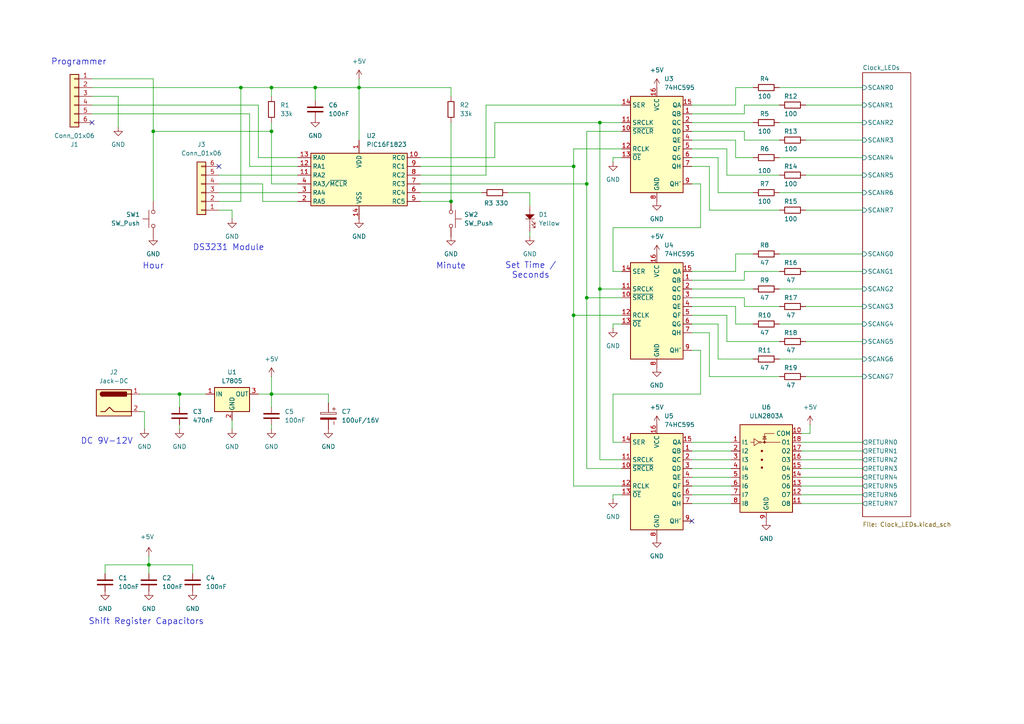
<source format=kicad_sch>
(kicad_sch (version 20250114) (generator "eeschema") (generator_version "9.0")
  (paper "A4")
  (title_block (title "Clock Controller & Driver") (date "2025-06-09") (rev "1.0"))
  (lib_symbols
    (symbol "74xx:74HC595"
      (property "Reference" "U" (at -7.62 13.97 0))
      (property "Value" "74HC595" (at -7.62 -16.51 0))
      (symbol "74HC595_1_0"
        (pin input line (at -10.16 10.16 0) (length 2.54) (name "SER") (number "14"))
        (pin input line (at -10.16 5.08 0) (length 2.54) (name "SRCLK") (number "11"))
        (pin input line (at -10.16 2.54 0) (length 2.54) (name "~{SRCLR}") (number "10"))
        (pin input line (at -10.16 -2.54 0) (length 2.54) (name "RCLK") (number "12"))
        (pin input line (at -10.16 -5.08 0) (length 2.54) (name "~{OE}") (number "13"))
        (pin power_in line (at 0 15.24 270) (length 2.54) (name "VCC") (number "16"))
        (pin power_in line (at 0 -17.78 90) (length 2.54) (name "GND") (number "8"))
        (pin tri_state line (at 10.16 10.16 180) (length 2.54) (name "QA") (number "15"))
        (pin tri_state line (at 10.16 7.62 180) (length 2.54) (name "QB") (number "1"))
        (pin tri_state line (at 10.16 5.08 180) (length 2.54) (name "QC") (number "2"))
        (pin tri_state line (at 10.16 2.54 180) (length 2.54) (name "QD") (number "3"))
        (pin tri_state line (at 10.16 0 180) (length 2.54) (name "QE") (number "4"))
        (pin tri_state line (at 10.16 -2.54 180) (length 2.54) (name "QF") (number "5"))
        (pin tri_state line (at 10.16 -5.08 180) (length 2.54) (name "QG") (number "6"))
        (pin tri_state line (at 10.16 -7.62 180) (length 2.54) (name "QH") (number "7"))
        (pin output line (at 10.16 -12.7 180) (length 2.54) (name "QH'") (number "9"))
      )
      (symbol "74HC595_1_1"
        (rectangle (start -7.62 12.7) (end 7.62 -15.24) (stroke (width 0.254)) (fill (type background)))
      )
    )
    (symbol "Connector:Jack-DC" (pin_names (offset 1.016))
      (property "Reference" "J" (at 0 5.334 0))
      (property "Value" "Jack-DC" (at 0 -5.08 0))
      (symbol "Jack-DC_0_1"
        (rectangle (start -5.08 3.81) (end 5.08 -3.81) (stroke (width 0.254)) (fill (type background)))
        (polyline (pts (xy -3.81 -2.54) (xy -2.54 -2.54) (xy -1.27 -1.27) (xy 0 -2.54) (xy 2.54 -2.54) (xy 5.08 -2.54)) (stroke (width 0.254)))
        (arc (start -3.302 1.905) (mid -3.9343 2.54) (end -3.302 3.175) (stroke (width 0.254)))
        (arc (start -3.302 1.905) (mid -3.9343 2.54) (end -3.302 3.175) (stroke (width 0.254)) (fill (type outline)))
        (rectangle (start 3.683 3.175) (end -3.302 1.905) (stroke (width 0.254)) (fill (type outline)))
        (polyline (pts (xy 5.08 2.54) (xy 3.81 2.54)) (stroke (width 0.254)))
      )
      (symbol "Jack-DC_1_1"
        (pin passive line (at 7.62 2.54 180) (length 2.54) (name "~") (number "1"))
        (pin passive line (at 7.62 -2.54 180) (length 2.54) (name "~") (number "2"))
      )
    )
    (symbol "Connector_Generic:Conn_01x06" (pin_names (offset 1.016) (hide yes))
      (property "Reference" "J" (at 0 7.62 0))
      (property "Value" "Conn_01x06" (at 0 -10.16 0))
      (symbol "Conn_01x06_1_1"
        (rectangle (start -1.27 6.35) (end 1.27 -8.89) (stroke (width 0.254)) (fill (type background)))
        (rectangle (start -1.27 5.207) (end 0 4.953) (stroke (width 0.1524)))
        (rectangle (start -1.27 2.667) (end 0 2.413) (stroke (width 0.1524)))
        (rectangle (start -1.27 0.127) (end 0 -0.127) (stroke (width 0.1524)))
        (rectangle (start -1.27 -2.413) (end 0 -2.667) (stroke (width 0.1524)))
        (rectangle (start -1.27 -4.953) (end 0 -5.207) (stroke (width 0.1524)))
        (rectangle (start -1.27 -7.493) (end 0 -7.747) (stroke (width 0.1524)))
        (pin passive line (at -5.08 5.08 0) (length 3.81) (name "Pin_1") (number "1"))
        (pin passive line (at -5.08 2.54 0) (length 3.81) (name "Pin_2") (number "2"))
        (pin passive line (at -5.08 0 0) (length 3.81) (name "Pin_3") (number "3"))
        (pin passive line (at -5.08 -2.54 0) (length 3.81) (name "Pin_4") (number "4"))
        (pin passive line (at -5.08 -5.08 0) (length 3.81) (name "Pin_5") (number "5"))
        (pin passive line (at -5.08 -7.62 0) (length 3.81) (name "Pin_6") (number "6"))
      )
    )
    (symbol "MCU_Microchip_PIC16:PIC16F18324-xSL"
      (property "Reference" "U" (at -13.97 10.16 0))
      (property "Value" "PIC16F18324-xSL" (at 1.27 10.16 0))
      (symbol "PIC16F18324-xSL_1_1"
        (rectangle (start -13.97 8.89) (end 13.97 -6.35) (stroke (width 0.254)) (fill (type background)))
        (pin bidirectional line (at -17.78 7.62 0) (length 3.81) (name "RA0") (number "13"))
        (pin bidirectional line (at -17.78 5.08 0) (length 3.81) (name "RA1") (number "12"))
        (pin bidirectional line (at -17.78 2.54 0) (length 3.81) (name "RA2") (number "11"))
        (pin bidirectional line (at -17.78 0 0) (length 3.81) (name "RA3/~{MCLR}") (number "4"))
        (pin bidirectional line (at -17.78 -2.54 0) (length 3.81) (name "RA4") (number "3"))
        (pin bidirectional line (at -17.78 -5.08 0) (length 3.81) (name "RA5") (number "2"))
        (pin power_in line (at 0 12.7 270) (length 3.81) (name "VDD") (number "1"))
        (pin power_in line (at 0 -10.16 90) (length 3.81) (name "VSS") (number "14"))
        (pin bidirectional line (at 17.78 7.62 180) (length 3.81) (name "RC0") (number "10"))
        (pin bidirectional line (at 17.78 5.08 180) (length 3.81) (name "RC1") (number "9"))
        (pin bidirectional line (at 17.78 2.54 180) (length 3.81) (name "RC2") (number "8"))
        (pin bidirectional line (at 17.78 0 180) (length 3.81) (name "RC3") (number "7"))
        (pin bidirectional line (at 17.78 -2.54 180) (length 3.81) (name "RC4") (number "6"))
        (pin bidirectional line (at 17.78 -5.08 180) (length 3.81) (name "RC5") (number "5"))
      )
    )
    (symbol "PCM_SL_Capacitors:100nF_Ceramic"
      (property "Reference" "C" (at 0 6.35 0))
      (property "Value" "100nF_Ceramic" (at 0 3.81 0))
      (symbol "100nF_Ceramic_0_1"
        (rectangle (start -0.762 2.286) (end -0.508 -2.286) (fill (type outline)))
        (rectangle (start 0.508 2.286) (end 0.762 -2.286) (fill (type outline)))
      )
      (symbol "100nF_Ceramic_1_1"
        (pin passive line (at -2.54 0 0) (length 2) (name "~") (number "1"))
        (pin input line (at 2.54 0 180) (length 2) (name "~") (number "2"))
      )
    )
    (symbol "PCM_SL_Devices:Capacitor_PO"
      (property "Reference" "C" (at 0 7.62 0))
      (property "Value" "Capacitor_PO" (at 0 5.08 0))
      (symbol "Capacitor_PO_0_0"
        (text "+" (at -2.032 1.524 0) (effects (font (size 1.27 1.27))))
        (text "-" (at 2.032 1.524 0) (effects (font (size 1.27 1.27))))
      )
      (symbol "Capacitor_PO_0_1"
        (rectangle (start -1.016 -2.286) (end -0.508 2.286))
        (rectangle (start 0.508 -2.286) (end 1.016 2.286) (fill (type outline)))
      )
      (symbol "Capacitor_PO_1_1"
        (pin passive line (at -3.81 0 0) (length 2.7) (name "~") (number "1"))
        (pin input line (at 3.81 0 180) (length 2.7) (name "~") (number "2"))
      )
    )
    (symbol "PCM_SL_Devices:LED"
      (property "Reference" "D" (at -0.508 5.334 0))
      (property "Value" "LED" (at -0.508 2.794 0))
      (symbol "LED_0_1"
        (polyline (pts (xy -1.27 0) (xy -2.54 0)))
        (polyline (pts (xy 0 1.27) (xy 0 -1.27)))
        (polyline (pts (xy 0 0) (xy -1.27 -1.27) (xy -1.27 1.27) (xy 0 0) (xy 1.27 0)) (fill (type outline)))
        (polyline (pts (xy 0.508 0.508) (xy 1.524 1.524)))
        (polyline (pts (xy 1.27 0) (xy 2.54 0)))
        (polyline (pts (xy 1.524 1.524) (xy 0.889 1.524)))
        (polyline (pts (xy 1.524 1.524) (xy 1.524 0.889)))
        (polyline (pts (xy 1.524 0.508) (xy 2.54 1.524)))
        (polyline (pts (xy 2.54 1.524) (xy 1.905 1.524)))
        (polyline (pts (xy 2.54 1.524) (xy 2.54 0.889)))
      )
      (symbol "LED_1_1"
        (pin passive line (at -3.81 0 0) (length 1.5) (name "") (number "2"))
        (pin passive line (at 3.81 0 180) (length 1.5) (name "~") (number "1"))
      )
    )
    (symbol "PCM_SL_Resistors:Resistor"
      (property "Reference" "R" (at 0 5.08 0))
      (property "Value" "Resistor" (at 0 2.54 0))
      (symbol "Resistor_0_1"
        (rectangle (start -2.286 0.889) (end 2.286 -0.889) (stroke (width 0.24)))
      )
      (symbol "Resistor_1_1"
        (pin passive line (at -3.81 0 0) (length 1.5) (name "") (number "1"))
        (pin passive line (at 3.81 0 180) (length 1.5) (name "~") (number "2"))
      )
    )
    (symbol "Regulator_Linear:L7805" (pin_names (offset 0.254))
      (property "Reference" "U" (at -3.81 3.175 0))
      (property "Value" "L7805" (at 0 3.175 0))
      (symbol "L7805_0_1"
        (rectangle (start -5.08 1.905) (end 5.08 -5.08) (stroke (width 0.254)) (fill (type background)))
      )
      (symbol "L7805_1_1"
        (pin power_in line (at -7.62 0 0) (length 2.54) (name "IN") (number "1"))
        (pin power_in line (at 0 -7.62 90) (length 2.54) (name "GND") (number "2"))
        (pin power_out line (at 7.62 0 180) (length 2.54) (name "OUT") (number "3"))
      )
    )
    (symbol "Switch:SW_Push" (pin_numbers (hide yes)) (pin_names (offset 1.016) (hide yes))
      (property "Reference" "SW" (at 1.27 2.54 0))
      (property "Value" "SW_Push" (at 0 -1.524 0))
      (symbol "SW_Push_0_1"
        (circle (center -2.032 0) (radius 0.508))
        (polyline (pts (xy 0 1.27) (xy 0 3.048)))
        (circle (center 2.032 0) (radius 0.508))
        (polyline (pts (xy 2.54 1.27) (xy -2.54 1.27)))
        (pin passive line (at -5.08 0 0) (length 2.54) (name "1") (number "1"))
        (pin passive line (at 5.08 0 180) (length 2.54) (name "2") (number "2"))
      )
    )
    (symbol "Transistor_Array:ULN2803A"
      (property "Reference" "U" (at 0 13.335 0))
      (property "Value" "ULN2803A" (at 0 11.43 0))
      (symbol "ULN2803A_0_1"
        (rectangle (start -7.62 -15.24) (end 7.62 10.16) (stroke (width 0.254)) (fill (type background)))
        (polyline (pts (xy -4.572 5.08) (xy -3.556 5.08)))
        (polyline (pts (xy -3.556 6.096) (xy -3.556 4.064) (xy -2.032 5.08) (xy -3.556 6.096)))
        (circle (center -1.778 5.08) (radius 0.254))
        (polyline (pts (xy -1.524 5.08) (xy 4.064 5.08)))
        (circle (center -1.27 2.54) (radius 0.254) (fill (type outline)))
        (circle (center -1.27 0) (radius 0.254) (fill (type outline)))
        (circle (center -1.27 -2.286) (radius 0.254) (fill (type outline)))
        (circle (center -0.508 5.08) (radius 0.254) (fill (type outline)))
        (polyline (pts (xy -0.508 5.08) (xy -0.508 7.62) (xy 2.286 7.62)))
        (polyline (pts (xy 0 6.731) (xy -1.016 6.731)))
        (polyline (pts (xy 0 5.969) (xy -1.016 5.969) (xy -0.508 6.731) (xy 0 5.969)))
      )
      (symbol "ULN2803A_1_1"
        (pin input line (at -10.16 5.08 0) (length 2.54) (name "I1") (number "1"))
        (pin input line (at -10.16 2.54 0) (length 2.54) (name "I2") (number "2"))
        (pin input line (at -10.16 0 0) (length 2.54) (name "I3") (number "3"))
        (pin input line (at -10.16 -2.54 0) (length 2.54) (name "I4") (number "4"))
        (pin input line (at -10.16 -5.08 0) (length 2.54) (name "I5") (number "5"))
        (pin input line (at -10.16 -7.62 0) (length 2.54) (name "I6") (number "6"))
        (pin input line (at -10.16 -10.16 0) (length 2.54) (name "I7") (number "7"))
        (pin input line (at -10.16 -12.7 0) (length 2.54) (name "I8") (number "8"))
        (pin power_in line (at 0 -17.78 90) (length 2.54) (name "GND") (number "9"))
        (pin passive line (at 10.16 7.62 180) (length 2.54) (name "COM") (number "10"))
        (pin open_collector line (at 10.16 5.08 180) (length 2.54) (name "O1") (number "18"))
        (pin open_collector line (at 10.16 2.54 180) (length 2.54) (name "O2") (number "17"))
        (pin open_collector line (at 10.16 0 180) (length 2.54) (name "O3") (number "16"))
        (pin open_collector line (at 10.16 -2.54 180) (length 2.54) (name "O4") (number "15"))
        (pin open_collector line (at 10.16 -5.08 180) (length 2.54) (name "O5") (number "14"))
        (pin open_collector line (at 10.16 -7.62 180) (length 2.54) (name "O6") (number "13"))
        (pin open_collector line (at 10.16 -10.16 180) (length 2.54) (name "O7") (number "12"))
        (pin open_collector line (at 10.16 -12.7 180) (length 2.54) (name "O8") (number "11"))
      )
    )
    (symbol "power:+5V" (power) (pin_numbers (hide yes)) (pin_names (offset 0) (hide yes))
      (property "Value" "+5V" (at 0 3.556 0))
      (symbol "+5V_0_1"
        (polyline (pts (xy -0.762 1.27) (xy 0 2.54)))
        (polyline (pts (xy 0 2.54) (xy 0.762 1.27)))
        (polyline (pts (xy 0 0) (xy 0 2.54)))
      )
      (symbol "+5V_1_1"
        (pin power_in line (at 0 0 90) (length 0) (name "~") (number "1"))
      )
    )
    (symbol "power:GND" (power) (pin_numbers (hide yes)) (pin_names (offset 0) (hide yes))
      (property "Value" "GND" (at 0 -3.81 0))
      (symbol "GND_0_1"
        (polyline (pts (xy 0 0) (xy 0 -1.27) (xy 1.27 -1.27) (xy 0 -2.54) (xy -1.27 -1.27) (xy 0 -1.27)))
      )
      (symbol "GND_1_1"
        (pin power_in line (at 0 0 270) (length 0) (name "~") (number "1"))
      )
    )
  )
  (text "Hour" (at 44.45 77.216 0) (effects (font (size 1.75 1.75))))
  (text "Set Time /\nSeconds" (at 153.924 78.486 0) (effects (font (size 1.75 1.75))))
  (text "Shift Register Capacitors" (at 42.418 180.34 0) (effects (font (size 1.75 1.75))))
  (text "Minute" (at 130.81 77.216 0) (effects (font (size 1.75 1.75))))
  (text "DS3231 Module" (at 66.294 71.882 0) (effects (font (size 1.75 1.75))))
  (text "DC 9V-12V\n" (at 30.988 128.016 0) (effects (font (size 1.75 1.75))))
  (text "Programmer\n" (at 22.86 18.034 0) (effects (font (size 1.75 1.75))))
  (junction (at 43.18 163.83))
  (junction (at 130.81 58.42))
  (junction (at 78.74 38.1))
  (junction (at 173.99 35.56))
  (junction (at 104.14 25.4))
  (junction (at 52.07 114.3))
  (junction (at 44.45 38.1))
  (junction (at 69.85 25.4))
  (junction (at 170.18 53.34))
  (junction (at 78.74 114.3))
  (junction (at 166.37 48.26))
  (junction (at 78.74 25.4))
  (junction (at 170.18 86.36))
  (junction (at 166.37 91.44))
  (junction (at 173.99 83.82))
  (junction (at 91.44 25.4))
  (no_connect (at 26.67 35.56))
  (no_connect (at 63.5 48.26))
  (no_connect (at 200.66 151.13))
  (wire (pts (xy 232.41 130.81) (xy 250.19 130.81)))
  (wire (pts (xy 200.66 138.43) (xy 212.09 138.43)))
  (wire (pts (xy 177.8 143.51) (xy 180.34 143.51)))
  (wire (pts (xy 232.41 128.27) (xy 250.19 128.27)))
  (wire (pts (xy 200.66 91.44) (xy 210.82 91.44)))
  (wire (pts (xy 200.66 40.64) (xy 213.36 40.64)))
  (wire (pts (xy 215.9 38.1) (xy 215.9 40.64)))
  (wire (pts (xy 232.41 138.43) (xy 250.19 138.43)))
  (wire (pts (xy 34.29 27.94) (xy 34.29 36.83)))
  (wire (pts (xy 69.85 25.4) (xy 78.74 25.4)))
  (wire (pts (xy 76.2 53.34) (xy 76.2 58.42)))
  (wire (pts (xy 200.66 35.56) (xy 218.44 35.56)))
  (wire (pts (xy 232.41 146.05) (xy 250.19 146.05)))
  (wire (pts (xy 213.36 73.66) (xy 218.44 73.66)))
  (wire (pts (xy 233.68 78.74) (xy 250.19 78.74)))
  (wire (pts (xy 226.06 35.56) (xy 250.19 35.56)))
  (wire (pts (xy 91.44 25.4) (xy 91.44 29.21)))
  (wire (pts (xy 215.9 40.64) (xy 226.06 40.64)))
  (wire (pts (xy 55.88 166.37) (xy 55.88 163.83)))
  (wire (pts (xy 203.2 66.04) (xy 203.2 53.34)))
  (wire (pts (xy 210.82 43.18) (xy 210.82 50.8)))
  (wire (pts (xy 43.18 166.37) (xy 43.18 163.83)))
  (wire (pts (xy 233.68 99.06) (xy 250.19 99.06)))
  (wire (pts (xy 121.92 55.88) (xy 139.7 55.88)))
  (wire (pts (xy 200.66 30.48) (xy 213.36 30.48)))
  (wire (pts (xy 78.74 124.46) (xy 78.74 123.19)))
  (wire (pts (xy 67.31 121.92) (xy 67.31 124.46)))
  (wire (pts (xy 121.92 50.8) (xy 140.97 50.8)))
  (wire (pts (xy 177.8 95.25) (xy 177.8 93.98)))
  (wire (pts (xy 226.06 73.66) (xy 250.19 73.66)))
  (wire (pts (xy 153.67 55.88) (xy 153.67 59.69)))
  (wire (pts (xy 63.5 55.88) (xy 86.36 55.88)))
  (wire (pts (xy 213.36 25.4) (xy 218.44 25.4)))
  (wire (pts (xy 166.37 140.97) (xy 166.37 91.44)))
  (wire (pts (xy 63.5 58.42) (xy 69.85 58.42)))
  (wire (pts (xy 44.45 58.42) (xy 44.45 38.1)))
  (wire (pts (xy 215.9 33.02) (xy 215.9 30.48)))
  (wire (pts (xy 26.67 22.86) (xy 44.45 22.86)))
  (wire (pts (xy 200.66 81.28) (xy 215.9 81.28)))
  (wire (pts (xy 177.8 128.27) (xy 177.8 114.3)))
  (wire (pts (xy 233.68 109.22) (xy 250.19 109.22)))
  (wire (pts (xy 210.82 91.44) (xy 210.82 99.06)))
  (wire (pts (xy 78.74 25.4) (xy 78.74 27.94)))
  (wire (pts (xy 208.28 55.88) (xy 218.44 55.88)))
  (wire (pts (xy 226.06 45.72) (xy 250.19 45.72)))
  (wire (pts (xy 232.41 135.89) (xy 250.19 135.89)))
  (wire (pts (xy 177.8 66.04) (xy 203.2 66.04)))
  (wire (pts (xy 208.28 93.98) (xy 208.28 104.14)))
  (wire (pts (xy 78.74 114.3) (xy 78.74 118.11)))
  (wire (pts (xy 166.37 91.44) (xy 180.34 91.44)))
  (wire (pts (xy 233.68 88.9) (xy 250.19 88.9)))
  (wire (pts (xy 30.48 166.37) (xy 30.48 163.83)))
  (wire (pts (xy 52.07 114.3) (xy 59.69 114.3)))
  (wire (pts (xy 200.66 43.18) (xy 210.82 43.18)))
  (wire (pts (xy 26.67 25.4) (xy 69.85 25.4)))
  (wire (pts (xy 213.36 93.98) (xy 218.44 93.98)))
  (wire (pts (xy 180.34 135.89) (xy 170.18 135.89)))
  (wire (pts (xy 166.37 48.26) (xy 166.37 91.44)))
  (wire (pts (xy 104.14 25.4) (xy 104.14 40.64)))
  (wire (pts (xy 177.8 78.74) (xy 177.8 66.04)))
  (wire (pts (xy 234.95 125.73) (xy 234.95 123.19)))
  (wire (pts (xy 78.74 109.22) (xy 78.74 114.3)))
  (wire (pts (xy 232.41 143.51) (xy 250.19 143.51)))
  (wire (pts (xy 233.68 30.48) (xy 250.19 30.48)))
  (wire (pts (xy 232.41 125.73) (xy 234.95 125.73)))
  (wire (pts (xy 177.8 114.3) (xy 203.2 114.3)))
  (wire (pts (xy 40.64 114.3) (xy 52.07 114.3)))
  (wire (pts (xy 177.8 46.99) (xy 177.8 45.72)))
  (wire (pts (xy 173.99 83.82) (xy 180.34 83.82)))
  (wire (pts (xy 74.93 45.72) (xy 86.36 45.72)))
  (wire (pts (xy 170.18 53.34) (xy 170.18 86.36)))
  (wire (pts (xy 226.06 83.82) (xy 250.19 83.82)))
  (wire (pts (xy 226.06 55.88) (xy 250.19 55.88)))
  (wire (pts (xy 170.18 38.1) (xy 170.18 53.34)))
  (wire (pts (xy 200.66 93.98) (xy 208.28 93.98)))
  (wire (pts (xy 121.92 48.26) (xy 166.37 48.26)))
  (wire (pts (xy 74.93 30.48) (xy 74.93 45.72)))
  (wire (pts (xy 233.68 50.8) (xy 250.19 50.8)))
  (wire (pts (xy 140.97 50.8) (xy 140.97 30.48)))
  (wire (pts (xy 143.51 35.56) (xy 173.99 35.56)))
  (wire (pts (xy 26.67 27.94) (xy 34.29 27.94)))
  (wire (pts (xy 200.66 86.36) (xy 215.9 86.36)))
  (wire (pts (xy 180.34 78.74) (xy 177.8 78.74)))
  (wire (pts (xy 121.92 45.72) (xy 143.51 45.72)))
  (wire (pts (xy 200.66 33.02) (xy 215.9 33.02)))
  (wire (pts (xy 200.66 146.05) (xy 212.09 146.05)))
  (wire (pts (xy 173.99 35.56) (xy 173.99 83.82)))
  (wire (pts (xy 200.66 48.26) (xy 205.74 48.26)))
  (wire (pts (xy 210.82 50.8) (xy 226.06 50.8)))
  (wire (pts (xy 173.99 133.35) (xy 173.99 83.82)))
  (wire (pts (xy 26.67 33.02) (xy 72.39 33.02)))
  (wire (pts (xy 215.9 81.28) (xy 215.9 78.74)))
  (wire (pts (xy 74.93 114.3) (xy 78.74 114.3)))
  (wire (pts (xy 200.66 130.81) (xy 212.09 130.81)))
  (wire (pts (xy 153.67 67.31) (xy 153.67 68.58)))
  (wire (pts (xy 226.06 93.98) (xy 250.19 93.98)))
  (wire (pts (xy 200.66 88.9) (xy 213.36 88.9)))
  (wire (pts (xy 226.06 25.4) (xy 250.19 25.4)))
  (wire (pts (xy 43.18 163.83) (xy 43.18 161.29)))
  (wire (pts (xy 78.74 25.4) (xy 91.44 25.4)))
  (wire (pts (xy 205.74 48.26) (xy 205.74 60.96)))
  (wire (pts (xy 130.81 25.4) (xy 130.81 27.94)))
  (wire (pts (xy 177.8 144.78) (xy 177.8 143.51)))
  (wire (pts (xy 180.34 133.35) (xy 173.99 133.35)))
  (wire (pts (xy 233.68 60.96) (xy 250.19 60.96)))
  (wire (pts (xy 63.5 60.96) (xy 67.31 60.96)))
  (wire (pts (xy 104.14 25.4) (xy 104.14 22.86)))
  (wire (pts (xy 44.45 38.1) (xy 78.74 38.1)))
  (wire (pts (xy 205.74 60.96) (xy 226.06 60.96)))
  (wire (pts (xy 69.85 58.42) (xy 69.85 25.4)))
  (wire (pts (xy 200.66 133.35) (xy 212.09 133.35)))
  (wire (pts (xy 215.9 86.36) (xy 215.9 88.9)))
  (wire (pts (xy 200.66 83.82) (xy 218.44 83.82)))
  (wire (pts (xy 200.66 135.89) (xy 212.09 135.89)))
  (wire (pts (xy 203.2 53.34) (xy 200.66 53.34)))
  (wire (pts (xy 44.45 22.86) (xy 44.45 38.1)))
  (wire (pts (xy 200.66 128.27) (xy 212.09 128.27)))
  (wire (pts (xy 200.66 143.51) (xy 212.09 143.51)))
  (wire (pts (xy 233.68 40.64) (xy 250.19 40.64)))
  (wire (pts (xy 63.5 50.8) (xy 86.36 50.8)))
  (wire (pts (xy 143.51 45.72) (xy 143.51 35.56)))
  (wire (pts (xy 26.67 30.48) (xy 74.93 30.48)))
  (wire (pts (xy 200.66 140.97) (xy 212.09 140.97)))
  (wire (pts (xy 232.41 133.35) (xy 250.19 133.35)))
  (wire (pts (xy 180.34 140.97) (xy 166.37 140.97)))
  (wire (pts (xy 121.92 53.34) (xy 170.18 53.34)))
  (wire (pts (xy 40.64 119.38) (xy 41.91 119.38)))
  (wire (pts (xy 205.74 109.22) (xy 226.06 109.22)))
  (wire (pts (xy 52.07 114.3) (xy 52.07 118.11)))
  (wire (pts (xy 180.34 43.18) (xy 166.37 43.18)))
  (wire (pts (xy 76.2 58.42) (xy 86.36 58.42)))
  (wire (pts (xy 170.18 135.89) (xy 170.18 86.36)))
  (wire (pts (xy 41.91 119.38) (xy 41.91 124.46)))
  (wire (pts (xy 63.5 53.34) (xy 76.2 53.34)))
  (wire (pts (xy 95.25 114.3) (xy 78.74 114.3)))
  (wire (pts (xy 121.92 58.42) (xy 130.81 58.42)))
  (wire (pts (xy 67.31 60.96) (xy 67.31 63.5)))
  (wire (pts (xy 180.34 38.1) (xy 170.18 38.1)))
  (wire (pts (xy 213.36 88.9) (xy 213.36 93.98)))
  (wire (pts (xy 200.66 45.72) (xy 208.28 45.72)))
  (wire (pts (xy 180.34 128.27) (xy 177.8 128.27)))
  (wire (pts (xy 215.9 88.9) (xy 226.06 88.9)))
  (wire (pts (xy 213.36 40.64) (xy 213.36 45.72)))
  (wire (pts (xy 232.41 140.97) (xy 250.19 140.97)))
  (wire (pts (xy 226.06 104.14) (xy 250.19 104.14)))
  (wire (pts (xy 203.2 114.3) (xy 203.2 101.6)))
  (wire (pts (xy 200.66 38.1) (xy 215.9 38.1)))
  (wire (pts (xy 104.14 25.4) (xy 130.81 25.4)))
  (wire (pts (xy 91.44 25.4) (xy 104.14 25.4)))
  (wire (pts (xy 95.25 116.84) (xy 95.25 114.3)))
  (wire (pts (xy 213.36 78.74) (xy 213.36 73.66)))
  (wire (pts (xy 52.07 124.46) (xy 52.07 123.19)))
  (wire (pts (xy 177.8 45.72) (xy 180.34 45.72)))
  (wire (pts (xy 215.9 30.48) (xy 226.06 30.48)))
  (wire (pts (xy 215.9 78.74) (xy 226.06 78.74)))
  (wire (pts (xy 200.66 96.52) (xy 205.74 96.52)))
  (wire (pts (xy 72.39 48.26) (xy 86.36 48.26)))
  (wire (pts (xy 166.37 43.18) (xy 166.37 48.26)))
  (wire (pts (xy 55.88 163.83) (xy 43.18 163.83)))
  (wire (pts (xy 213.36 30.48) (xy 213.36 25.4)))
  (wire (pts (xy 208.28 45.72) (xy 208.28 55.88)))
  (wire (pts (xy 205.74 96.52) (xy 205.74 109.22)))
  (wire (pts (xy 78.74 53.34) (xy 78.74 38.1)))
  (wire (pts (xy 86.36 53.34) (xy 78.74 53.34)))
  (wire (pts (xy 147.32 55.88) (xy 153.67 55.88)))
  (wire (pts (xy 213.36 45.72) (xy 218.44 45.72)))
  (wire (pts (xy 200.66 101.6) (xy 203.2 101.6)))
  (wire (pts (xy 180.34 35.56) (xy 173.99 35.56)))
  (wire (pts (xy 130.81 35.56) (xy 130.81 58.42)))
  (wire (pts (xy 208.28 104.14) (xy 218.44 104.14)))
  (wire (pts (xy 78.74 38.1) (xy 78.74 35.56)))
  (wire (pts (xy 72.39 33.02) (xy 72.39 48.26)))
  (wire (pts (xy 200.66 78.74) (xy 213.36 78.74)))
  (wire (pts (xy 140.97 30.48) (xy 180.34 30.48)))
  (wire (pts (xy 177.8 93.98) (xy 180.34 93.98)))
  (wire (pts (xy 170.18 86.36) (xy 180.34 86.36)))
  (wire (pts (xy 30.48 163.83) (xy 43.18 163.83)))
  (wire (pts (xy 210.82 99.06) (xy 226.06 99.06)))
  (symbol (lib_id "PCM_SL_Capacitors:100nF_Ceramic") (at 43.18 168.91 90) (unit 1)
    (property "Reference" "C2" (at 46.99 167.6399 90) (effects (justify right)))
    (property "Value" "100nF" (at 46.99 170.1799 90) (effects (justify right)))
    (property "Footprint" "Capacitor_THT:C_Disc_D5.0mm_W2.5mm_P2.50mm" (effects (hide yes)))
    (property "Description" "100nF Ceramic Capacitor" (effects (hide yes)))
  )
  (symbol (lib_id "power:GND") (at 55.88 171.45 0) (unit 1)
    (property "Reference" "#PWR09" (effects (hide yes)))
    (property "Value" "GND" (at 55.88 176.53 0))
    (property "Description" "Power symbol creates a global label with name \"GND\" , ground" (effects (hide yes)))
  )
  (symbol (lib_id "Connector_Generic:Conn_01x06") (at 21.59 27.94 0) (mirror y) (unit 1)
    (property "Reference" "J1" (at 21.59 41.91 0))
    (property "Value" "Conn_01x06" (at 21.59 39.37 0))
    (property "Description" "Generic connector, single row, 01x06, script generated (kicad-library-utils/schlib/autogen/connector/)" (effects (hide yes)))
  )
  (symbol (lib_id "power:GND") (at 177.8 95.25 0) (unit 1)
    (property "Reference" "#PWR020" (effects (hide yes)))
    (property "Value" "GND" (at 177.8 100.33 0))
    (property "Description" "Power symbol creates a global label with name \"GND\" , ground" (effects (hide yes)))
  )
  (symbol (lib_id "PCM_SL_Devices:LED") (at 153.67 63.5 270) (unit 1)
    (property "Reference" "D1" (at 156.21 62.2299 90) (effects (justify left)))
    (property "Value" "Yellow" (at 156.21 64.7699 90) (effects (justify left)))
    (property "Footprint" "LED_THT:LED_D5.0mm" (effects (hide yes)))
    (property "Description" "Common 5mm diameter LED" (effects (hide yes)))
  )
  (symbol (lib_id "PCM_SL_Resistors:Resistor") (at 222.25 35.56 180) (unit 1)
    (property "Reference" "R5" (at 221.742 33.02 0))
    (property "Value" "100" (at 221.742 38.1 0))
    (property "Footprint" "Resistor_THT:R_Axial_DIN0207_L6.3mm_D2.5mm_P10.16mm_Horizontal" (effects (hide yes)))
    (property "Description" "1/4W Resistor" (effects (hide yes)))
  )
  (symbol (lib_id "PCM_SL_Resistors:Resistor") (at 222.25 45.72 180) (unit 1)
    (property "Reference" "R6" (at 221.742 43.18 0))
    (property "Value" "100" (at 221.742 49.53 0))
    (property "Footprint" "Resistor_THT:R_Axial_DIN0207_L6.3mm_D2.5mm_P10.16mm_Horizontal" (effects (hide yes)))
    (property "Description" "1/4W Resistor" (effects (hide yes)))
  )
  (symbol (lib_id "PCM_SL_Capacitors:100nF_Ceramic") (at 78.74 120.65 90) (unit 1)
    (property "Reference" "C5" (at 82.55 119.3799 90) (effects (justify right)))
    (property "Value" "100nF" (at 82.55 121.9199 90) (effects (justify right)))
    (property "Footprint" "Capacitor_THT:C_Disc_D5.0mm_W2.5mm_P2.50mm" (effects (hide yes)))
    (property "Description" "100nF Ceramic Capacitor" (effects (hide yes)))
  )
  (symbol (lib_id "power:GND") (at 91.44 34.29 0) (unit 1)
    (property "Reference" "#PWR013" (effects (hide yes)))
    (property "Value" "GND" (at 91.44 39.37 0))
    (property "Description" "Power symbol creates a global label with name \"GND\" , ground" (effects (hide yes)))
  )
  (symbol (lib_id "power:GND") (at 34.29 36.83 0) (unit 1)
    (property "Reference" "#PWR01" (effects (hide yes)))
    (property "Value" "GND" (at 34.29 41.91 0))
    (property "Description" "Power symbol creates a global label with name \"GND\" , ground" (effects (hide yes)))
  )
  (symbol (lib_id "PCM_SL_Resistors:Resistor") (at 130.81 31.75 90) (unit 1)
    (property "Reference" "R2" (at 133.35 30.4799 90) (effects (justify right)))
    (property "Value" "33k" (at 133.35 33.0199 90) (effects (justify right)))
    (property "Footprint" "Resistor_THT:R_Axial_DIN0207_L6.3mm_D2.5mm_P10.16mm_Horizontal" (effects (hide yes)))
    (property "Description" "1/4W Resistor" (effects (hide yes)))
  )
  (symbol (lib_id "power:GND") (at 190.5 156.21 0) (unit 1)
    (property "Reference" "#PWR027" (effects (hide yes)))
    (property "Value" "GND" (at 190.5 161.29 0))
    (property "Description" "Power symbol creates a global label with name \"GND\" , ground" (effects (hide yes)))
  )
  (symbol (lib_id "power:GND") (at 44.45 68.58 0) (unit 1)
    (property "Reference" "#PWR02" (effects (hide yes)))
    (property "Value" "GND" (at 44.45 73.66 0))
    (property "Description" "Power symbol creates a global label with name \"GND\" , ground" (effects (hide yes)))
  )
  (symbol (lib_id "PCM_SL_Resistors:Resistor") (at 229.87 99.06 180) (unit 1)
    (property "Reference" "R18" (at 229.362 96.52 0))
    (property "Value" "47" (at 229.362 101.6 0))
    (property "Footprint" "Resistor_THT:R_Axial_DIN0207_L6.3mm_D2.5mm_P10.16mm_Horizontal" (effects (hide yes)))
    (property "Description" "1/4W Resistor" (effects (hide yes)))
  )
  (symbol (lib_id "power:GND") (at 67.31 124.46 0) (unit 1)
    (property "Reference" "#PWR010" (effects (hide yes)))
    (property "Value" "GND" (at 67.31 129.54 0))
    (property "Description" "Power symbol creates a global label with name \"GND\" , ground" (effects (hide yes)))
  )
  (symbol (lib_id "MCU_Microchip_PIC16:PIC16F18324-xSL") (at 104.14 53.34 0) (unit 1)
    (property "Reference" "U2" (at 106.2833 39.37 0) (effects (justify left)))
    (property "Value" "PIC16F1823" (at 106.2833 41.91 0) (effects (justify left)))
    (property "Footprint" "Package_SO:SOIC-14_3.9x8.7mm_P1.27mm" (effects (hide yes)))
    (property "Datasheet" "http://ww1.microchip.com/downloads/en/devicedoc/40001800c.pdf" (effects (hide yes)))
    (property "Description" "PIC16F18324, 4096W FLASH, 512B SRAM, 256B EEPROM, SOIC14" (effects (hide yes)))
  )
  (symbol (lib_id "74xx:74HC595") (at 190.5 40.64 0) (unit 1)
    (property "Reference" "U3" (at 192.6433 22.86 0) (effects (justify left)))
    (property "Value" "74HC595" (at 192.6433 25.4 0) (effects (justify left)))
    (property "Datasheet" "http://www.ti.com/lit/ds/symlink/sn74hc595.pdf" (effects (hide yes)))
    (property "Description" "8-bit serial in/out Shift Register 3-State Outputs" (effects (hide yes)))
  )
  (symbol (lib_id "power:GND") (at 104.14 63.5 0) (unit 1)
    (property "Reference" "#PWR015" (effects (hide yes)))
    (property "Value" "GND" (at 104.14 68.58 0))
    (property "Description" "Power symbol creates a global label with name \"GND\" , ground" (effects (hide yes)))
  )
  (symbol (lib_id "74xx:74HC595") (at 190.5 88.9 0) (unit 1)
    (property "Reference" "U4" (at 192.6433 71.12 0) (effects (justify left)))
    (property "Value" "74HC595" (at 192.6433 73.66 0) (effects (justify left)))
    (property "Datasheet" "http://www.ti.com/lit/ds/symlink/sn74hc595.pdf" (effects (hide yes)))
    (property "Description" "8-bit serial in/out Shift Register 3-State Outputs" (effects (hide yes)))
  )
  (symbol (lib_id "PCM_SL_Resistors:Resistor") (at 229.87 30.48 180) (unit 1)
    (property "Reference" "R12" (at 229.362 27.94 0))
    (property "Value" "100" (at 229.362 33.02 0))
    (property "Footprint" "Resistor_THT:R_Axial_DIN0207_L6.3mm_D2.5mm_P10.16mm_Horizontal" (effects (hide yes)))
    (property "Description" "1/4W Resistor" (effects (hide yes)))
  )
  (symbol (lib_id "Transistor_Array:ULN2803A") (at 222.25 133.35 0) (unit 1)
    (property "Reference" "U6" (at 222.25 118.11 0))
    (property "Value" "ULN2803A" (at 222.25 120.65 0))
    (property "Datasheet" "http://www.ti.com/lit/ds/symlink/uln2803a.pdf" (effects (hide yes)))
    (property "Description" "Darlington Transistor Arrays, SOIC18/DIP18" (effects (hide yes)))
  )
  (symbol (lib_id "power:+5V") (at 43.18 161.29 0) (unit 1)
    (property "Reference" "#PWR05" (effects (hide yes)))
    (property "Value" "+5V" (at 42.672 155.702 0))
    (property "Description" "Power symbol creates a global label with name \"+5V\"" (effects (hide yes)))
  )
  (symbol (lib_id "PCM_SL_Resistors:Resistor") (at 78.74 31.75 90) (unit 1)
    (property "Reference" "R1" (at 81.28 30.4799 90) (effects (justify right)))
    (property "Value" "33k" (at 81.28 33.0199 90) (effects (justify right)))
    (property "Footprint" "Resistor_THT:R_Axial_DIN0207_L6.3mm_D2.5mm_P10.16mm_Horizontal" (effects (hide yes)))
    (property "Description" "1/4W Resistor" (effects (hide yes)))
  )
  (symbol (lib_id "PCM_SL_Capacitors:100nF_Ceramic") (at 55.88 168.91 90) (unit 1)
    (property "Reference" "C4" (at 59.69 167.6399 90) (effects (justify right)))
    (property "Value" "100nF" (at 59.69 170.1799 90) (effects (justify right)))
    (property "Footprint" "Capacitor_THT:C_Disc_D5.0mm_W2.5mm_P2.50mm" (effects (hide yes)))
    (property "Description" "100nF Ceramic Capacitor" (effects (hide yes)))
  )
  (symbol (lib_id "power:+5V") (at 78.74 109.22 0) (unit 1)
    (property "Reference" "#PWR011" (effects (hide yes)))
    (property "Value" "+5V" (at 78.74 104.14 0))
    (property "Description" "Power symbol creates a global label with name \"+5V\"" (effects (hide yes)))
  )
  (symbol (lib_id "PCM_SL_Resistors:Resistor") (at 222.25 104.14 180) (unit 1)
    (property "Reference" "R11" (at 221.742 101.6 0))
    (property "Value" "47" (at 221.742 106.68 0))
    (property "Footprint" "Resistor_THT:R_Axial_DIN0207_L6.3mm_D2.5mm_P10.16mm_Horizontal" (effects (hide yes)))
    (property "Description" "1/4W Resistor" (effects (hide yes)))
  )
  (symbol (lib_id "power:+5V") (at 190.5 25.4 0) (unit 1)
    (property "Reference" "#PWR022" (effects (hide yes)))
    (property "Value" "+5V" (at 190.5 20.32 0))
    (property "Description" "Power symbol creates a global label with name \"+5V\"" (effects (hide yes)))
  )
  (symbol (lib_id "74xx:74HC595") (at 190.5 138.43 0) (unit 1)
    (property "Reference" "U5" (at 192.6433 120.65 0) (effects (justify left)))
    (property "Value" "74HC595" (at 192.6433 123.19 0) (effects (justify left)))
    (property "Datasheet" "http://www.ti.com/lit/ds/symlink/sn74hc595.pdf" (effects (hide yes)))
    (property "Description" "8-bit serial in/out Shift Register 3-State Outputs" (effects (hide yes)))
  )
  (symbol (lib_id "PCM_SL_Resistors:Resistor") (at 222.25 55.88 180) (unit 1)
    (property "Reference" "R7" (at 221.742 53.34 0))
    (property "Value" "100" (at 221.742 58.42 0))
    (property "Footprint" "Resistor_THT:R_Axial_DIN0207_L6.3mm_D2.5mm_P10.16mm_Horizontal" (effects (hide yes)))
    (property "Description" "1/4W Resistor" (effects (hide yes)))
  )
  (symbol (lib_id "PCM_SL_Capacitors:100nF_Ceramic") (at 30.48 168.91 90) (unit 1)
    (property "Reference" "C1" (at 34.29 167.6399 90) (effects (justify right)))
    (property "Value" "100nF" (at 34.29 170.1799 90) (effects (justify right)))
    (property "Footprint" "Capacitor_THT:C_Disc_D5.0mm_W2.5mm_P2.50mm" (effects (hide yes)))
    (property "Description" "100nF Ceramic Capacitor" (effects (hide yes)))
  )
  (symbol (lib_id "power:+5V") (at 190.5 73.66 0) (unit 1)
    (property "Reference" "#PWR024" (effects (hide yes)))
    (property "Value" "+5V" (at 190.5 68.58 0))
    (property "Description" "Power symbol creates a global label with name \"+5V\"" (effects (hide yes)))
  )
  (symbol (lib_id "Connector_Generic:Conn_01x06") (at 58.42 55.88 180) (unit 1)
    (property "Reference" "J3" (at 58.42 41.91 0))
    (property "Value" "Conn_01x06" (at 58.42 44.45 0))
    (property "Description" "Generic connector, single row, 01x06, script generated (kicad-library-utils/schlib/autogen/connector/)" (effects (hide yes)))
  )
  (symbol (lib_id "Switch:SW_Push") (at 130.81 63.5 270) (mirror x) (unit 1)
    (property "Reference" "SW2" (at 134.62 62.2299 90) (effects (justify left)))
    (property "Value" "SW_Push" (at 134.62 64.7699 90) (effects (justify left)))
    (property "Description" "Push button switch, generic, two pins" (effects (hide yes)))
  )
  (symbol (lib_id "PCM_SL_Resistors:Resistor") (at 222.25 73.66 180) (unit 1)
    (property "Reference" "R8" (at 221.742 71.12 0))
    (property "Value" "47" (at 221.742 76.2 0))
    (property "Footprint" "Resistor_THT:R_Axial_DIN0207_L6.3mm_D2.5mm_P10.16mm_Horizontal" (effects (hide yes)))
    (property "Description" "1/4W Resistor" (effects (hide yes)))
  )
  (symbol (lib_id "PCM_SL_Resistors:Resistor") (at 143.51 55.88 180) (unit 1)
    (property "Reference" "R3" (at 141.732 58.928 0))
    (property "Value" "330" (at 145.542 58.928 0))
    (property "Footprint" "Resistor_THT:R_Axial_DIN0207_L6.3mm_D2.5mm_P10.16mm_Horizontal" (effects (hide yes)))
    (property "Description" "1/4W Resistor" (effects (hide yes)))
  )
  (symbol (lib_id "PCM_SL_Resistors:Resistor") (at 229.87 60.96 180) (unit 1)
    (property "Reference" "R15" (at 229.362 58.42 0))
    (property "Value" "100" (at 229.362 63.5 0))
    (property "Footprint" "Resistor_THT:R_Axial_DIN0207_L6.3mm_D2.5mm_P10.16mm_Horizontal" (effects (hide yes)))
    (property "Description" "1/4W Resistor" (effects (hide yes)))
  )
  (symbol (lib_id "PCM_SL_Resistors:Resistor") (at 229.87 50.8 180) (unit 1)
    (property "Reference" "R14" (at 229.362 48.26 0))
    (property "Value" "100" (at 229.362 53.34 0))
    (property "Footprint" "Resistor_THT:R_Axial_DIN0207_L6.3mm_D2.5mm_P10.16mm_Horizontal" (effects (hide yes)))
    (property "Description" "1/4W Resistor" (effects (hide yes)))
  )
  (symbol (lib_id "power:GND") (at 177.8 46.99 0) (unit 1)
    (property "Reference" "#PWR019" (effects (hide yes)))
    (property "Value" "GND" (at 177.8 52.07 0))
    (property "Description" "Power symbol creates a global label with name \"GND\" , ground" (effects (hide yes)))
  )
  (symbol (lib_id "power:GND") (at 41.91 124.46 0) (unit 1)
    (property "Reference" "#PWR04" (effects (hide yes)))
    (property "Value" "GND" (at 41.91 129.54 0))
    (property "Description" "Power symbol creates a global label with name \"GND\" , ground" (effects (hide yes)))
  )
  (symbol (lib_id "PCM_SL_Resistors:Resistor") (at 222.25 93.98 180) (unit 1)
    (property "Reference" "R10" (at 221.742 91.44 0))
    (property "Value" "47" (at 221.742 96.52 0))
    (property "Footprint" "Resistor_THT:R_Axial_DIN0207_L6.3mm_D2.5mm_P10.16mm_Horizontal" (effects (hide yes)))
    (property "Description" "1/4W Resistor" (effects (hide yes)))
  )
  (symbol (lib_id "power:GND") (at 43.18 171.45 0) (unit 1)
    (property "Reference" "#PWR06" (effects (hide yes)))
    (property "Value" "GND" (at 43.18 176.53 0))
    (property "Description" "Power symbol creates a global label with name \"GND\" , ground" (effects (hide yes)))
  )
  (symbol (lib_id "PCM_SL_Capacitors:100nF_Ceramic") (at 91.44 31.75 90) (unit 1)
    (property "Reference" "C6" (at 95.25 30.4799 90) (effects (justify right)))
    (property "Value" "100nF" (at 95.25 33.0199 90) (effects (justify right)))
    (property "Footprint" "Capacitor_THT:C_Disc_D5.0mm_W2.5mm_P2.50mm" (effects (hide yes)))
    (property "Description" "100nF Ceramic Capacitor" (effects (hide yes)))
  )
  (symbol (lib_id "power:GND") (at 222.25 151.13 0) (unit 1)
    (property "Reference" "#PWR028" (effects (hide yes)))
    (property "Value" "GND" (at 222.25 156.21 0))
    (property "Description" "Power symbol creates a global label with name \"GND\" , ground" (effects (hide yes)))
  )
  (symbol (lib_id "PCM_SL_Resistors:Resistor") (at 222.25 25.4 180) (unit 1)
    (property "Reference" "R4" (at 221.742 22.86 0))
    (property "Value" "100" (at 221.742 27.94 0))
    (property "Footprint" "Resistor_THT:R_Axial_DIN0207_L6.3mm_D2.5mm_P10.16mm_Horizontal" (effects (hide yes)))
    (property "Description" "1/4W Resistor" (effects (hide yes)))
  )
  (symbol (lib_id "Connector:Jack-DC") (at 33.02 116.84 0) (unit 1)
    (property "Reference" "J2" (at 33.02 107.95 0))
    (property "Value" "Jack-DC" (at 33.02 110.49 0))
    (property "Description" "DC Barrel Jack" (effects (hide yes)))
  )
  (symbol (lib_id "power:GND") (at 190.5 106.68 0) (unit 1)
    (property "Reference" "#PWR025" (effects (hide yes)))
    (property "Value" "GND" (at 190.5 111.76 0))
    (property "Description" "Power symbol creates a global label with name \"GND\" , ground" (effects (hide yes)))
  )
  (symbol (lib_id "power:+5V") (at 190.5 123.19 0) (unit 1)
    (property "Reference" "#PWR026" (effects (hide yes)))
    (property "Value" "+5V" (at 190.5 118.11 0))
    (property "Description" "Power symbol creates a global label with name \"+5V\"" (effects (hide yes)))
  )
  (symbol (lib_id "power:GND") (at 95.25 124.46 0) (unit 1)
    (property "Reference" "#PWR016" (effects (hide yes)))
    (property "Value" "GND" (at 95.25 129.54 0))
    (property "Description" "Power symbol creates a global label with name \"GND\" , ground" (effects (hide yes)))
  )
  (symbol (lib_id "PCM_SL_Capacitors:100nF_Ceramic") (at 52.07 120.65 90) (unit 1)
    (property "Reference" "C3" (at 55.88 119.3799 90) (effects (justify right)))
    (property "Value" "470nF" (at 55.88 121.9199 90) (effects (justify right)))
    (property "Footprint" "Capacitor_THT:C_Disc_D5.0mm_W2.5mm_P2.50mm" (effects (hide yes)))
    (property "Description" "100nF Ceramic Capacitor" (effects (hide yes)))
  )
  (symbol (lib_id "power:+5V") (at 104.14 22.86 0) (unit 1)
    (property "Reference" "#PWR014" (effects (hide yes)))
    (property "Value" "+5V" (at 104.14 17.78 0))
    (property "Description" "Power symbol creates a global label with name \"+5V\"" (effects (hide yes)))
  )
  (symbol (lib_id "PCM_SL_Devices:Capacitor_PO") (at 95.25 120.65 270) (unit 1)
    (property "Reference" "C7" (at 99.06 119.3799 90) (effects (justify left)))
    (property "Value" "100uF/16V" (at 99.06 121.9199 90) (effects (justify left)))
    (property "Footprint" "Capacitor_THT:CP_Radial_D5.0mm_P2.50mm" (effects (hide yes)))
    (property "Description" "Polarized Capacitor" (effects (hide yes)))
  )
  (symbol (lib_id "PCM_SL_Resistors:Resistor") (at 229.87 78.74 180) (unit 1)
    (property "Reference" "R16" (at 229.362 76.2 0))
    (property "Value" "47" (at 229.362 81.28 0))
    (property "Footprint" "Resistor_THT:R_Axial_DIN0207_L6.3mm_D2.5mm_P10.16mm_Horizontal" (effects (hide yes)))
    (property "Description" "1/4W Resistor" (effects (hide yes)))
  )
  (symbol (lib_id "power:GND") (at 190.5 58.42 0) (unit 1)
    (property "Reference" "#PWR023" (effects (hide yes)))
    (property "Value" "GND" (at 190.5 63.5 0))
    (property "Description" "Power symbol creates a global label with name \"GND\" , ground" (effects (hide yes)))
  )
  (symbol (lib_id "PCM_SL_Resistors:Resistor") (at 229.87 109.22 180) (unit 1)
    (property "Reference" "R19" (at 229.362 106.68 0))
    (property "Value" "47" (at 229.362 111.76 0))
    (property "Footprint" "Resistor_THT:R_Axial_DIN0207_L6.3mm_D2.5mm_P10.16mm_Horizontal" (effects (hide yes)))
    (property "Description" "1/4W Resistor" (effects (hide yes)))
  )
  (symbol (lib_id "power:GND") (at 30.48 171.45 0) (unit 1)
    (property "Reference" "#PWR03" (effects (hide yes)))
    (property "Value" "GND" (at 30.48 176.53 0))
    (property "Description" "Power symbol creates a global label with name \"GND\" , ground" (effects (hide yes)))
  )
  (symbol (lib_id "PCM_SL_Resistors:Resistor") (at 229.87 88.9 180) (unit 1)
    (property "Reference" "R17" (at 229.362 86.36 0))
    (property "Value" "47" (at 229.362 91.44 0))
    (property "Footprint" "Resistor_THT:R_Axial_DIN0207_L6.3mm_D2.5mm_P10.16mm_Horizontal" (effects (hide yes)))
    (property "Description" "1/4W Resistor" (effects (hide yes)))
  )
  (symbol (lib_id "power:GND") (at 177.8 144.78 0) (unit 1)
    (property "Reference" "#PWR021" (effects (hide yes)))
    (property "Value" "GND" (at 177.8 149.86 0))
    (property "Description" "Power symbol creates a global label with name \"GND\" , ground" (effects (hide yes)))
  )
  (symbol (lib_id "power:GND") (at 78.74 124.46 0) (unit 1)
    (property "Reference" "#PWR012" (effects (hide yes)))
    (property "Value" "GND" (at 78.74 129.54 0))
    (property "Description" "Power symbol creates a global label with name \"GND\" , ground" (effects (hide yes)))
  )
  (symbol (lib_id "Switch:SW_Push") (at 44.45 63.5 90) (unit 1)
    (property "Reference" "SW1" (at 40.64 62.2299 90) (effects (justify left)))
    (property "Value" "SW_Push" (at 40.64 64.7699 90) (effects (justify left)))
    (property "Description" "Push button switch, generic, two pins" (effects (hide yes)))
  )
  (symbol (lib_id "PCM_SL_Resistors:Resistor") (at 222.25 83.82 180) (unit 1)
    (property "Reference" "R9" (at 221.742 81.28 0))
    (property "Value" "47" (at 221.742 86.36 0))
    (property "Footprint" "Resistor_THT:R_Axial_DIN0207_L6.3mm_D2.5mm_P10.16mm_Horizontal" (effects (hide yes)))
    (property "Description" "1/4W Resistor" (effects (hide yes)))
  )
  (symbol (lib_id "Regulator_Linear:L7805") (at 67.31 114.3 0) (unit 1)
    (property "Reference" "U1" (at 67.31 107.95 0))
    (property "Value" "L7805" (at 67.31 110.49 0))
    (property "Datasheet" "http://www.st.com/content/ccc/resource/technical/document/datasheet/41/4f/b3/b0/12/d4/47/88/CD00000444.pdf/files/CD00000444.pdf/jcr:content/translations/en.CD00000444.pdf" (effects (hide yes)))
    (property "Description" "Positive 1.5A 35V Linear Regulator, Fixed Output 5V, TO-220/TO-263/TO-252" (effects (hide yes)))
  )
  (symbol (lib_id "power:GND") (at 153.67 68.58 0) (unit 1)
    (property "Reference" "#PWR018" (effects (hide yes)))
    (property "Value" "GND" (at 153.67 73.66 0))
    (property "Description" "Power symbol creates a global label with name \"GND\" , ground" (effects (hide yes)))
  )
  (symbol (lib_id "power:GND") (at 67.31 63.5 0) (unit 1)
    (property "Reference" "#PWR08" (effects (hide yes)))
    (property "Value" "GND" (at 67.31 68.58 0))
    (property "Description" "Power symbol creates a global label with name \"GND\" , ground" (effects (hide yes)))
  )
  (symbol (lib_id "PCM_SL_Resistors:Resistor") (at 229.87 40.64 180) (unit 1)
    (property "Reference" "R13" (at 229.362 38.1 0))
    (property "Value" "100" (at 229.362 43.18 0))
    (property "Footprint" "Resistor_THT:R_Axial_DIN0207_L6.3mm_D2.5mm_P10.16mm_Horizontal" (effects (hide yes)))
    (property "Description" "1/4W Resistor" (effects (hide yes)))
  )
  (symbol (lib_id "power:GND") (at 130.81 68.58 0) (unit 1)
    (property "Reference" "#PWR017" (effects (hide yes)))
    (property "Value" "GND" (at 130.81 73.66 0))
    (property "Description" "Power symbol creates a global label with name \"GND\" , ground" (effects (hide yes)))
  )
  (symbol (lib_id "power:GND") (at 52.07 124.46 0) (unit 1)
    (property "Reference" "#PWR07" (effects (hide yes)))
    (property "Value" "GND" (at 52.07 129.54 0))
    (property "Description" "Power symbol creates a global label with name \"GND\" , ground" (effects (hide yes)))
  )
  (symbol (lib_id "power:+5V") (at 234.95 123.19 0) (unit 1)
    (property "Reference" "#PWR029" (effects (hide yes)))
    (property "Value" "+5V" (at 234.95 118.11 0))
    (property "Description" "Power symbol creates a global label with name \"+5V\"" (effects (hide yes)))
  )
  (sheet (at 250.19 21.082) (size 13.97 128.778) (stroke (width 0.1524))
    (property "Sheetname" "Clock_LEDs" (at 250.19 20.3704 0) (effects (justify left bottom)))
    (property "Sheetfile" "Clock_LEDs.kicad_sch" (at 250.19 151.384 0) (effects (justify left top)))
    (pin "SCANG0" input (at 250.19 73.66 180))
    (pin "SCANG1" input (at 250.19 78.74 180))
    (pin "SCANG2" input (at 250.19 83.82 180))
    (pin "SCANG3" input (at 250.19 88.9 180))
    (pin "SCANG5" input (at 250.19 99.06 180))
    (pin "SCANG6" input (at 250.19 104.14 180))
    (pin "SCANG7" input (at 250.19 109.22 180))
    (pin "SCANG4" input (at 250.19 93.98 180))
    (pin "SCANR0" input (at 250.19 25.4 180))
    (pin "SCANR1" input (at 250.19 30.48 180))
    (pin "SCANR2" input (at 250.19 35.56 180))
    (pin "SCANR3" input (at 250.19 40.64 180))
    (pin "SCANR4" input (at 250.19 45.72 180))
    (pin "SCANR5" input (at 250.19 50.8 180))
    (pin "SCANR6" input (at 250.19 55.88 180))
    (pin "SCANR7" input (at 250.19 60.96 180))
    (pin "RETURN0" output (at 250.19 128.27 180))
    (pin "RETURN1" output (at 250.19 130.81 180))
    (pin "RETURN2" output (at 250.19 133.35 180))
    (pin "RETURN3" output (at 250.19 135.89 180))
    (pin "RETURN4" output (at 250.19 138.43 180))
    (pin "RETURN5" output (at 250.19 140.97 180))
    (pin "RETURN6" output (at 250.19 143.51 180))
    (pin "RETURN7" output (at 250.19 146.05 180))
  )
)
</source>
